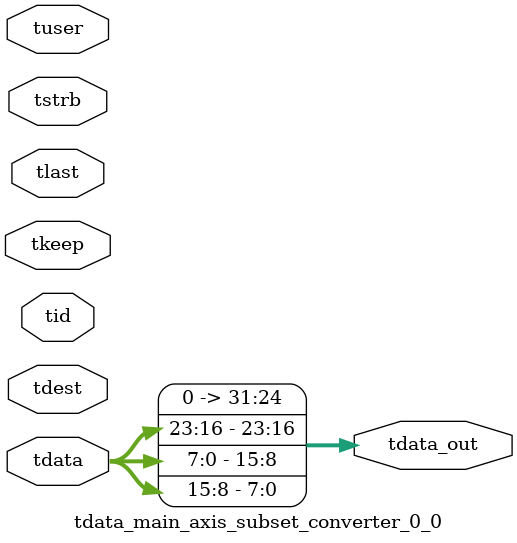
<source format=v>


`timescale 1ps/1ps

module tdata_main_axis_subset_converter_0_0 #
(
parameter C_S_AXIS_TDATA_WIDTH = 32,
parameter C_S_AXIS_TUSER_WIDTH = 0,
parameter C_S_AXIS_TID_WIDTH   = 0,
parameter C_S_AXIS_TDEST_WIDTH = 0,
parameter C_M_AXIS_TDATA_WIDTH = 32
)
(
input  [(C_S_AXIS_TDATA_WIDTH == 0 ? 1 : C_S_AXIS_TDATA_WIDTH)-1:0     ] tdata,
input  [(C_S_AXIS_TUSER_WIDTH == 0 ? 1 : C_S_AXIS_TUSER_WIDTH)-1:0     ] tuser,
input  [(C_S_AXIS_TID_WIDTH   == 0 ? 1 : C_S_AXIS_TID_WIDTH)-1:0       ] tid,
input  [(C_S_AXIS_TDEST_WIDTH == 0 ? 1 : C_S_AXIS_TDEST_WIDTH)-1:0     ] tdest,
input  [(C_S_AXIS_TDATA_WIDTH/8)-1:0 ] tkeep,
input  [(C_S_AXIS_TDATA_WIDTH/8)-1:0 ] tstrb,
input                                                                    tlast,
output [C_M_AXIS_TDATA_WIDTH-1:0] tdata_out
);

assign tdata_out = {tdata[23:16],tdata[7:0],tdata[15:8]};

endmodule


</source>
